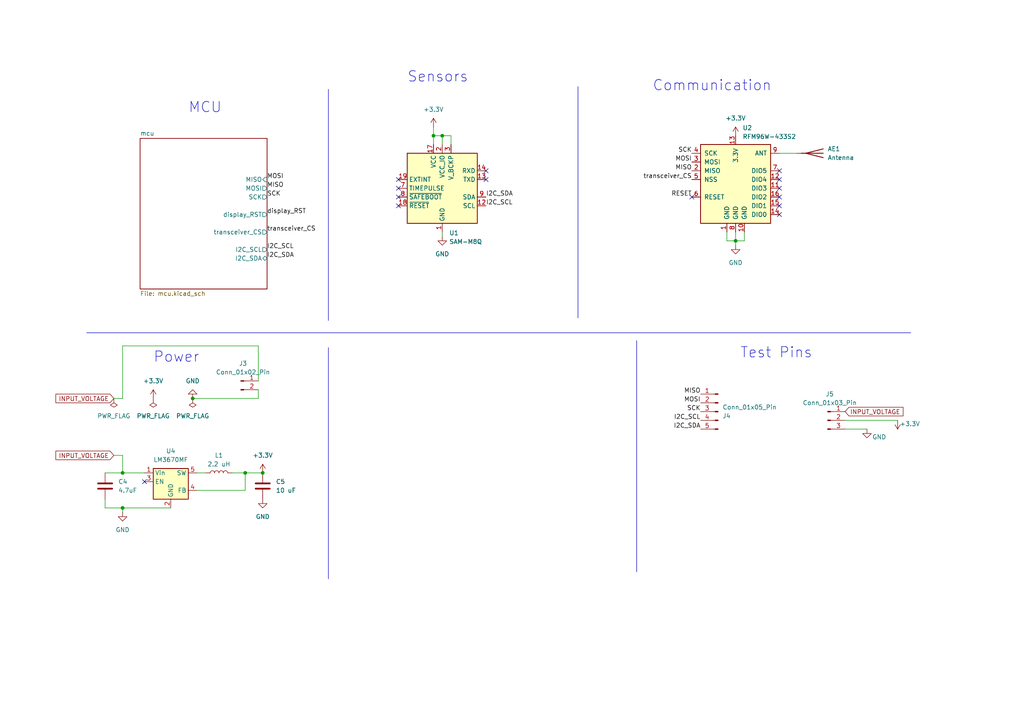
<source format=kicad_sch>
(kicad_sch (version 20231120) (generator "eeschema") (generator_version "8.0")
  (paper "A4")
  (lib_symbols
    (symbol "+3.3V_1" (power) (pin_numbers hide) (pin_names (offset 0) hide)
      (property "Value" "+3.3V" (at 0 3.556 0))
      (symbol "+3.3V_1_0_1"
        (polyline (pts (xy -0.762 1.27) (xy 0 2.54)))
        (polyline (pts (xy 0 0) (xy 0 2.54)))
        (polyline (pts (xy 0 2.54) (xy 0.762 1.27)))
      )
      (symbol "+3.3V_1_1_1"
        (pin power_in line (at 0 0 90) (length 0) (name "~") (number "1"))
      )
    )
    (symbol "Connector:Conn_01x02_Pin" (pin_names (offset 1.016) hide)
      (property "Reference" "J" (at 0 2.54 0))
      (property "Value" "Conn_01x02_Pin" (at 0 -5.08 0))
      (symbol "Conn_01x02_Pin_1_1"
        (polyline (pts (xy 1.27 -2.54) (xy 0.8636 -2.54)) (stroke (width 0.1524)))
        (polyline (pts (xy 1.27 0) (xy 0.8636 0)) (stroke (width 0.1524)))
        (rectangle (start 0.8636 -2.413) (end 0 -2.667) (stroke (width 0.1524)) (fill (type outline)))
        (rectangle (start 0.8636 0.127) (end 0 -0.127) (stroke (width 0.1524)) (fill (type outline)))
        (pin passive line (at 5.08 0 180) (length 3.81) (name "Pin_1") (number "1"))
        (pin passive line (at 5.08 -2.54 180) (length 3.81) (name "Pin_2") (number "2"))
      )
    )
    (symbol "Connector:Conn_01x03_Pin" (pin_names (offset 1.016) hide)
      (property "Reference" "J" (at 0 5.08 0))
      (property "Value" "Conn_01x03_Pin" (at 0 -5.08 0))
      (symbol "Conn_01x03_Pin_1_1"
        (polyline (pts (xy 1.27 -2.54) (xy 0.8636 -2.54)) (stroke (width 0.1524)))
        (polyline (pts (xy 1.27 0) (xy 0.8636 0)) (stroke (width 0.1524)))
        (polyline (pts (xy 1.27 2.54) (xy 0.8636 2.54)) (stroke (width 0.1524)))
        (rectangle (start 0.8636 -2.413) (end 0 -2.667) (stroke (width 0.1524)) (fill (type outline)))
        (rectangle (start 0.8636 0.127) (end 0 -0.127) (stroke (width 0.1524)) (fill (type outline)))
        (rectangle (start 0.8636 2.667) (end 0 2.413) (stroke (width 0.1524)) (fill (type outline)))
        (pin passive line (at 5.08 2.54 180) (length 3.81) (name "Pin_1") (number "1"))
        (pin passive line (at 5.08 0 180) (length 3.81) (name "Pin_2") (number "2"))
        (pin passive line (at 5.08 -2.54 180) (length 3.81) (name "Pin_3") (number "3"))
      )
    )
    (symbol "Connector:Conn_01x05_Pin" (pin_names (offset 1.016) hide)
      (property "Reference" "J" (at 0 7.62 0))
      (property "Value" "Conn_01x05_Pin" (at 0 -7.62 0))
      (symbol "Conn_01x05_Pin_1_1"
        (polyline (pts (xy 1.27 -5.08) (xy 0.8636 -5.08)) (stroke (width 0.1524)))
        (polyline (pts (xy 1.27 -2.54) (xy 0.8636 -2.54)) (stroke (width 0.1524)))
        (polyline (pts (xy 1.27 0) (xy 0.8636 0)) (stroke (width 0.1524)))
        (polyline (pts (xy 1.27 2.54) (xy 0.8636 2.54)) (stroke (width 0.1524)))
        (polyline (pts (xy 1.27 5.08) (xy 0.8636 5.08)) (stroke (width 0.1524)))
        (rectangle (start 0.8636 -4.953) (end 0 -5.207) (stroke (width 0.1524)) (fill (type outline)))
        (rectangle (start 0.8636 -2.413) (end 0 -2.667) (stroke (width 0.1524)) (fill (type outline)))
        (rectangle (start 0.8636 0.127) (end 0 -0.127) (stroke (width 0.1524)) (fill (type outline)))
        (rectangle (start 0.8636 2.667) (end 0 2.413) (stroke (width 0.1524)) (fill (type outline)))
        (rectangle (start 0.8636 5.207) (end 0 4.953) (stroke (width 0.1524)) (fill (type outline)))
        (pin passive line (at 5.08 5.08 180) (length 3.81) (name "Pin_1") (number "1"))
        (pin passive line (at 5.08 2.54 180) (length 3.81) (name "Pin_2") (number "2"))
        (pin passive line (at 5.08 0 180) (length 3.81) (name "Pin_3") (number "3"))
        (pin passive line (at 5.08 -2.54 180) (length 3.81) (name "Pin_4") (number "4"))
        (pin passive line (at 5.08 -5.08 180) (length 3.81) (name "Pin_5") (number "5"))
      )
    )
    (symbol "Device:Antenna" (pin_numbers hide) (pin_names (offset 1.016) hide)
      (property "Reference" "AE" (at -1.905 1.905 0))
      (property "Value" "Antenna" (at -1.905 0 0))
      (symbol "Antenna_0_1"
        (polyline (pts (xy 0 2.54) (xy 0 -3.81)) (stroke (width 0.254)))
        (polyline (pts (xy 1.27 2.54) (xy 0 -2.54) (xy -1.27 2.54)) (stroke (width 0.254)))
      )
      (symbol "Antenna_1_1"
        (pin input line (at 0 -5.08 90) (length 2.54) (name "A") (number "1"))
      )
    )
    (symbol "Device:C" (pin_numbers hide) (pin_names (offset 0.254))
      (property "Reference" "C" (at 0.635 2.54 0))
      (property "Value" "C" (at 0.635 -2.54 0))
      (symbol "C_0_1"
        (polyline (pts (xy -2.032 -0.762) (xy 2.032 -0.762)) (stroke (width 0.508)))
        (polyline (pts (xy -2.032 0.762) (xy 2.032 0.762)) (stroke (width 0.508)))
      )
      (symbol "C_1_1"
        (pin passive line (at 0 3.81 270) (length 2.794) (name "~") (number "1"))
        (pin passive line (at 0 -3.81 90) (length 2.794) (name "~") (number "2"))
      )
    )
    (symbol "Device:L" (pin_numbers hide) (pin_names (offset 1.016) hide)
      (property "Reference" "L" (at -1.27 0 90))
      (property "Value" "L" (at 1.905 0 90))
      (symbol "L_0_1"
        (arc (start 0 -2.54) (mid 0.6323 -1.905) (end 0 -1.27))
        (arc (start 0 -1.27) (mid 0.6323 -0.635) (end 0 0))
        (arc (start 0 0) (mid 0.6323 0.635) (end 0 1.27))
        (arc (start 0 1.27) (mid 0.6323 1.905) (end 0 2.54))
      )
      (symbol "L_1_1"
        (pin passive line (at 0 3.81 270) (length 1.27) (name "1") (number "1"))
        (pin passive line (at 0 -3.81 90) (length 1.27) (name "2") (number "2"))
      )
    )
    (symbol "GND_1" (power) (pin_numbers hide) (pin_names (offset 0) hide)
      (property "Value" "GND" (at 0 -3.81 0))
      (symbol "GND_1_0_1"
        (polyline (pts (xy 0 0) (xy 0 -1.27) (xy 1.27 -1.27) (xy 0 -2.54) (xy -1.27 -1.27) (xy 0 -1.27)))
      )
      (symbol "GND_1_1_1"
        (pin power_in line (at 0 0 270) (length 0) (name "~") (number "1"))
      )
    )
    (symbol "GND_2" (power) (pin_numbers hide) (pin_names (offset 0) hide)
      (property "Value" "GND" (at 0 -3.81 0))
      (symbol "GND_2_0_1"
        (polyline (pts (xy 0 0) (xy 0 -1.27) (xy 1.27 -1.27) (xy 0 -2.54) (xy -1.27 -1.27) (xy 0 -1.27)))
      )
      (symbol "GND_2_1_1"
        (pin power_in line (at 0 0 270) (length 0) (name "~") (number "1"))
      )
    )
    (symbol "RF_GPS:SAM-M8Q"
      (property "Reference" "U" (at -8.89 11.43 0))
      (property "Value" "SAM-M8Q" (at 8.89 11.43 0))
      (symbol "SAM-M8Q_0_1"
        (rectangle (start -10.16 10.16) (end 10.16 -10.16) (stroke (width 0.254)) (fill (type background)))
      )
      (symbol "SAM-M8Q_1_1"
        (pin power_in line (at 0 -12.7 90) (length 2.54) (name "GND") (number "1"))
        (pin passive line (at 0 -12.7 90) (length 2.54) hide (name "GND") (number "10"))
        (pin passive line (at 0 -12.7 90) (length 2.54) hide (name "GND") (number "11"))
        (pin input line (at 12.7 -5.08 180) (length 2.54) (name "SCL") (number "12"))
        (pin output line (at 12.7 2.54 180) (length 2.54) (name "TXD") (number "13"))
        (pin input line (at 12.7 5.08 180) (length 2.54) (name "RXD") (number "14"))
        (pin passive line (at 0 -12.7 90) (length 2.54) hide (name "GND") (number "15"))
        (pin passive line (at 0 -12.7 90) (length 2.54) hide (name "GND") (number "16"))
        (pin power_in line (at -2.54 12.7 270) (length 2.54) (name "VCC") (number "17"))
        (pin input line (at -12.7 -5.08 0) (length 2.54) (name "~{RESET}") (number "18"))
        (pin input line (at -12.7 2.54 0) (length 2.54) (name "EXTINT") (number "19"))
        (pin power_in line (at 0 12.7 270) (length 2.54) (name "VCC_IO") (number "2"))
        (pin passive line (at 0 -12.7 90) (length 2.54) hide (name "GND") (number "20"))
        (pin power_in line (at 2.54 12.7 270) (length 2.54) (name "V_BCKP") (number "3"))
        (pin passive line (at 0 -12.7 90) (length 2.54) hide (name "GND") (number "4"))
        (pin passive line (at 0 -12.7 90) (length 2.54) hide (name "GND") (number "5"))
        (pin passive line (at 0 -12.7 90) (length 2.54) hide (name "GND") (number "6"))
        (pin output line (at -12.7 0 0) (length 2.54) (name "TIMEPULSE") (number "7"))
        (pin input line (at -12.7 -2.54 0) (length 2.54) (name "~{SAFEBOOT}") (number "8"))
        (pin bidirectional line (at 12.7 -2.54 180) (length 2.54) (name "SDA") (number "9"))
      )
    )
    (symbol "RF_Module:RFM96W-433S2" (pin_names (offset 1.016))
      (property "Reference" "U" (at -10.414 11.684 0))
      (property "Value" "RFM96W-433S2" (at 1.524 11.43 0))
      (symbol "RFM96W-433S2_0_1"
        (rectangle (start -10.16 10.16) (end 10.16 -12.7) (stroke (width 0.254)) (fill (type background)))
      )
      (symbol "RFM96W-433S2_1_1"
        (pin power_in line (at -2.54 -15.24 90) (length 2.54) (name "GND") (number "1"))
        (pin power_in line (at 2.54 -15.24 90) (length 2.54) (name "GND") (number "10"))
        (pin bidirectional line (at 12.7 -2.54 180) (length 2.54) (name "DIO3") (number "11"))
        (pin bidirectional line (at 12.7 0 180) (length 2.54) (name "DIO4") (number "12"))
        (pin power_in line (at 0 12.7 270) (length 2.54) (name "3.3V") (number "13"))
        (pin bidirectional line (at 12.7 -10.16 180) (length 2.54) (name "DIO0") (number "14"))
        (pin bidirectional line (at 12.7 -7.62 180) (length 2.54) (name "DIO1") (number "15"))
        (pin bidirectional line (at 12.7 -5.08 180) (length 2.54) (name "DIO2") (number "16"))
        (pin output line (at -12.7 2.54 0) (length 2.54) (name "MISO") (number "2"))
        (pin input line (at -12.7 5.08 0) (length 2.54) (name "MOSI") (number "3"))
        (pin input line (at -12.7 7.62 0) (length 2.54) (name "SCK") (number "4"))
        (pin input line (at -12.7 0 0) (length 2.54) (name "NSS") (number "5"))
        (pin bidirectional line (at -12.7 -5.08 0) (length 2.54) (name "RESET") (number "6"))
        (pin bidirectional line (at 12.7 2.54 180) (length 2.54) (name "DIO5") (number "7"))
        (pin power_in line (at 0 -15.24 90) (length 2.54) (name "GND") (number "8"))
        (pin bidirectional line (at 12.7 7.62 180) (length 2.54) (name "ANT") (number "9"))
      )
    )
    (symbol "Regulator_Switching:LM3670MF"
      (property "Reference" "U" (at -5.08 5.08 0))
      (property "Value" "LM3670MF" (at 0 5.08 0))
      (symbol "LM3670MF_0_1"
        (rectangle (start -5.08 3.81) (end 5.08 -5.08) (stroke (width 0.254)) (fill (type background)))
      )
      (symbol "LM3670MF_1_1"
        (pin power_in line (at -7.62 2.54 0) (length 2.54) (name "Vin") (number "1"))
        (pin power_in line (at 0 -7.62 90) (length 2.54) (name "GND") (number "2"))
        (pin input line (at -7.62 0 0) (length 2.54) (name "EN") (number "3"))
        (pin input line (at 7.62 -2.54 180) (length 2.54) (name "FB") (number "4"))
        (pin input line (at 7.62 2.54 180) (length 2.54) (name "SW") (number "5"))
      )
    )
    (symbol "power:+3.3V" (power) (pin_names (offset 0))
      (property "Value" "+3.3V" (at 0 3.556 0))
      (symbol "+3.3V_0_1"
        (polyline (pts (xy -0.762 1.27) (xy 0 2.54)))
        (polyline (pts (xy 0 0) (xy 0 2.54)))
        (polyline (pts (xy 0 2.54) (xy 0.762 1.27)))
      )
      (symbol "+3.3V_1_1"
        (pin power_in line (at 0 0 90) (length 0) hide (name "+3.3V") (number "1"))
      )
    )
    (symbol "power:GND" (power) (pin_names (offset 0))
      (property "Value" "GND" (at 0 -3.81 0))
      (symbol "GND_0_1"
        (polyline (pts (xy 0 0) (xy 0 -1.27) (xy 1.27 -1.27) (xy 0 -2.54) (xy -1.27 -1.27) (xy 0 -1.27)))
      )
      (symbol "GND_1_1"
        (pin power_in line (at 0 0 270) (length 0) hide (name "GND") (number "1"))
      )
    )
    (symbol "power:PWR_FLAG" (power) (pin_numbers hide) (pin_names (offset 0) hide)
      (property "Value" "PWR_FLAG" (at 0 3.81 0))
      (symbol "PWR_FLAG_0_0"
        (pin power_out line (at 0 0 90) (length 0) (name "~") (number "1"))
      )
      (symbol "PWR_FLAG_0_1"
        (polyline (pts (xy 0 0) (xy 0 1.27) (xy -1.016 1.905) (xy 0 2.54) (xy 1.016 1.905) (xy 0 1.27)))
      )
    )
  )
  (junction (at 55.88 115.57))
  (junction (at 128.27 39.37))
  (junction (at 35.56 147.32))
  (junction (at 76.2 137.16))
  (junction (at 125.73 39.37))
  (junction (at 35.56 137.16))
  (junction (at 213.36 69.85))
  (junction (at 71.12 137.16))
  (no_connect (at 41.91 139.7))
  (no_connect (at 140.97 49.53))
  (no_connect (at 226.06 57.15))
  (no_connect (at 226.06 54.61))
  (no_connect (at 226.06 62.23))
  (no_connect (at 200.66 57.15))
  (no_connect (at 115.57 59.69))
  (no_connect (at 115.57 52.07))
  (no_connect (at 226.06 59.69))
  (no_connect (at 140.97 52.07))
  (no_connect (at 115.57 54.61))
  (no_connect (at 226.06 49.53))
  (no_connect (at 226.06 52.07))
  (no_connect (at 115.57 57.15))
  (wire (pts (xy 128.27 41.91) (xy 128.27 39.37)))
  (polyline (pts (xy 167.64 25.146) (xy 167.64 92.202)))
  (wire (pts (xy 128.27 39.37) (xy 125.73 39.37)))
  (wire (pts (xy 245.11 124.46) (xy 251.46 124.46)))
  (wire (pts (xy 35.56 132.08) (xy 35.56 137.16)))
  (wire (pts (xy 125.73 36.83) (xy 125.73 39.37)))
  (wire (pts (xy 74.93 113.03) (xy 74.93 115.57)))
  (wire (pts (xy 213.36 67.31) (xy 213.36 69.85)))
  (wire (pts (xy 215.9 67.31) (xy 215.9 69.85)))
  (wire (pts (xy 57.15 142.24) (xy 71.12 142.24)))
  (wire (pts (xy 74.93 110.49) (xy 74.93 100.33)))
  (wire (pts (xy 130.81 39.37) (xy 128.27 39.37)))
  (wire (pts (xy 57.15 137.16) (xy 59.69 137.16)))
  (wire (pts (xy 215.9 69.85) (xy 213.36 69.85)))
  (polyline (pts (xy 95.25 25.908) (xy 95.25 92.964)))
  (wire (pts (xy 49.53 147.32) (xy 35.56 147.32)))
  (wire (pts (xy 30.48 147.32) (xy 35.56 147.32)))
  (wire (pts (xy 74.93 115.57) (xy 55.88 115.57)))
  (wire (pts (xy 71.12 137.16) (xy 71.12 142.24)))
  (wire (pts (xy 33.02 115.57) (xy 35.56 115.57)))
  (wire (pts (xy 245.11 121.92) (xy 260.35 121.92)))
  (wire (pts (xy 210.82 67.31) (xy 210.82 69.85)))
  (wire (pts (xy 33.02 132.08) (xy 35.56 132.08)))
  (polyline (pts (xy 184.658 98.806) (xy 184.658 165.862)))
  (wire (pts (xy 71.12 137.16) (xy 76.2 137.16)))
  (wire (pts (xy 130.81 41.91) (xy 130.81 39.37)))
  (wire (pts (xy 35.56 137.16) (xy 41.91 137.16)))
  (wire (pts (xy 128.27 68.58) (xy 128.27 67.31)))
  (wire (pts (xy 30.48 137.16) (xy 35.56 137.16)))
  (wire (pts (xy 35.56 100.33) (xy 35.56 115.57)))
  (wire (pts (xy 67.31 137.16) (xy 71.12 137.16)))
  (wire (pts (xy 74.93 100.33) (xy 35.56 100.33)))
  (polyline (pts (xy 25.146 96.52) (xy 264.16 96.52)))
  (wire (pts (xy 125.73 39.37) (xy 125.73 41.91)))
  (wire (pts (xy 35.56 147.32) (xy 35.56 148.59)))
  (polyline (pts (xy 95.25 100.838) (xy 95.25 167.894)))
  (wire (pts (xy 30.48 144.78) (xy 30.48 147.32)))
  (wire (pts (xy 231.14 44.45) (xy 226.06 44.45)))
  (wire (pts (xy 213.36 69.85) (xy 210.82 69.85)))
  (wire (pts (xy 213.36 69.85) (xy 213.36 71.12)))
  (text "MCU" (at 54.61 33.02 0) (effects (font (size 3 3)) (justify left bottom)))
  (text "Test Pins" (at 214.63 104.14 0) (effects (font (size 3 3)) (justify left bottom)))
  (text "Sensors" (at 118.11 24.13 0) (effects (font (size 3 3)) (justify left bottom)))
  (text "Communication" (at 189.23 26.67 0) (effects (font (size 3 3)) (justify left bottom)))
  (text "Power" (at 44.45 105.41 0) (effects (font (size 3 3)) (justify left bottom)))
  (label "I2C_SDA" (at 203.2 124.46 180))
  (label "MOSI" (at 77.47 52.07 0))
  (label "MISO" (at 200.66 49.53 180))
  (label "transceiver_CS" (at 77.47 67.31 0))
  (label "display_RST" (at 77.47 62.23 0))
  (label "MISO" (at 77.47 54.61 0))
  (label "SCK" (at 77.47 57.15 0))
  (label "MOSI" (at 203.2 116.84 180))
  (label "transceiver_CS" (at 200.66 52.07 180))
  (label "I2C_SCL" (at 203.2 121.92 180))
  (label "MOSI" (at 200.66 46.99 180))
  (label "SCK" (at 200.66 44.45 180))
  (label "I2C_SCL" (at 140.97 59.69 0))
  (label "MISO" (at 203.2 114.3 180))
  (label "I2C_SCL" (at 77.47 72.39 0))
  (label "SCK" (at 203.2 119.38 180))
  (label "RESET" (at 200.66 57.15 180))
  (label "I2C_SDA" (at 77.47 74.93 0))
  (label "I2C_SDA" (at 140.97 57.15 0))
  (global_label "INPUT_VOLTAGE" (shape input) (at 33.02 132.08 180) (property "Intersheetrefs" "${INTERSHEET_REFS}" (effects (hide yes))))
  (global_label "INPUT_VOLTAGE" (shape input) (at 33.02 115.57 180) (property "Intersheetrefs" "${INTERSHEET_REFS}" (effects (hide yes))))
  (global_label "INPUT_VOLTAGE" (shape input) (at 245.11 119.38 0) (property "Intersheetrefs" "${INTERSHEET_REFS}" (effects (hide yes))))
  (symbol (lib_name "GND_2") (lib_id "power:GND") (at 76.2 144.78 0) (unit 1)
    (property "Reference" "#PWR027" (effects (hide yes)))
    (property "Value" "GND" (at 76.2 149.86 0))
    (property "Description" "Power symbol creates a global label with name \"GND\" , ground" (effects (hide yes)))
  )
  (symbol (lib_id "power:+3.3V") (at 125.73 36.83 0) (unit 1)
    (property "Reference" "#PWR07" (effects (hide yes)))
    (property "Value" "+3.3V" (at 125.73 31.75 0))
  )
  (symbol (lib_name "GND_1") (lib_id "power:GND") (at 35.56 148.59 0) (unit 1)
    (property "Reference" "#PWR026" (effects (hide yes)))
    (property "Value" "GND" (at 35.56 153.67 0))
    (property "Description" "Power symbol creates a global label with name \"GND\" , ground" (effects (hide yes)))
  )
  (symbol (lib_id "Connector:Conn_01x05_Pin") (at 208.28 119.38 0) (mirror y) (unit 1)
    (property "Reference" "J4" (at 209.55 120.6501 0) (effects (justify right)))
    (property "Value" "Conn_01x05_Pin" (at 209.55 118.1101 0) (effects (justify right)))
    (property "Footprint" "Connector_PinHeader_2.54mm:PinHeader_1x05_P2.54mm_Vertical" (effects (hide yes)))
    (property "Description" "Generic connector, single row, 01x05, script generated" (effects (hide yes)))
  )
  (symbol (lib_id "power:PWR_FLAG") (at 44.45 115.57 180) (unit 1)
    (property "Reference" "#FLG02" (effects (hide yes)))
    (property "Value" "PWR_FLAG" (at 44.45 120.65 0))
    (property "Description" "Special symbol for telling ERC where power comes from" (effects (hide yes)))
  )
  (symbol (lib_id "power:GND") (at 128.27 68.58 0) (unit 1)
    (property "Reference" "#PWR08" (effects (hide yes)))
    (property "Value" "GND" (at 128.27 73.66 0))
  )
  (symbol (lib_id "power:GND") (at 213.36 71.12 0) (unit 1)
    (property "Reference" "#PWR035" (effects (hide yes)))
    (property "Value" "GND" (at 213.36 76.2 0))
  )
  (symbol (lib_name "GND_2") (lib_id "power:GND") (at 55.88 115.57 180) (unit 1)
    (property "Reference" "#PWR034" (effects (hide yes)))
    (property "Value" "GND" (at 55.88 110.49 0))
    (property "Description" "Power symbol creates a global label with name \"GND\" , ground" (effects (hide yes)))
  )
  (symbol (lib_id "Device:C") (at 30.48 140.97 0) (unit 1)
    (property "Reference" "C4" (at 34.29 139.6999 0) (effects (justify left)))
    (property "Value" "4.7uF" (at 34.29 142.2399 0) (effects (justify left)))
    (property "Footprint" "Capacitor_SMD:C_0805_2012Metric" (effects (hide yes)))
    (property "Description" "Unpolarized capacitor" (effects (hide yes)))
  )
  (symbol (lib_id "power:+3.3V") (at 213.36 39.37 0) (unit 1)
    (property "Reference" "#PWR06" (effects (hide yes)))
    (property "Value" "+3.3V" (at 213.36 34.29 0))
  )
  (symbol (lib_name "+3.3V_1") (lib_id "power:+3.3V") (at 44.45 115.57 0) (unit 1)
    (property "Reference" "#PWR033" (effects (hide yes)))
    (property "Value" "+3.3V" (at 44.45 110.49 0))
    (property "Description" "Power symbol creates a global label with name \"+3.3V\"" (effects (hide yes)))
  )
  (symbol (lib_id "Connector:Conn_01x02_Pin") (at 69.85 110.49 0) (unit 1)
    (property "Reference" "J3" (at 70.485 105.41 0))
    (property "Value" "Conn_01x02_Pin" (at 70.485 107.95 0))
    (property "Footprint" "Connector_PinHeader_2.54mm:PinHeader_1x02_P2.54mm_Vertical" (effects (hide yes)))
    (property "Description" "Generic connector, single row, 01x02, script generated" (effects (hide yes)))
  )
  (symbol (lib_name "+3.3V_1") (lib_id "power:+3.3V") (at 76.2 137.16 0) (unit 1)
    (property "Reference" "#PWR028" (effects (hide yes)))
    (property "Value" "+3.3V" (at 76.2 132.08 0))
    (property "Description" "Power symbol creates a global label with name \"+3.3V\"" (effects (hide yes)))
  )
  (symbol (lib_id "RF_Module:RFM96W-433S2") (at 213.36 52.07 0) (unit 1)
    (property "Reference" "U2" (at 215.3794 37.084 0) (effects (justify left)))
    (property "Value" "RFM96W-433S2" (at 215.3794 39.624 0) (effects (justify left)))
    (property "Footprint" "RF_Module:HOPERF_RFM9XW_THT" (effects (hide yes)))
    (property "Datasheet" "https://www.hoperf.com/data/upload/portal/20181127/5bfcc0ac60235.pdf" (effects (hide yes)))
  )
  (symbol (lib_id "Connector:Conn_01x03_Pin") (at 240.03 121.92 0) (unit 1)
    (property "Reference" "J5" (at 240.665 114.3 0))
    (property "Value" "Conn_01x03_Pin" (at 240.665 116.84 0))
    (property "Footprint" "Connector_PinHeader_2.54mm:PinHeader_1x03_P2.54mm_Vertical" (effects (hide yes)))
    (property "Description" "Generic connector, single row, 01x03, script generated" (effects (hide yes)))
  )
  (symbol (lib_id "power:PWR_FLAG") (at 55.88 115.57 180) (unit 1)
    (property "Reference" "#FLG03" (effects (hide yes)))
    (property "Value" "PWR_FLAG" (at 55.88 120.65 0))
    (property "Description" "Special symbol for telling ERC where power comes from" (effects (hide yes)))
  )
  (symbol (lib_id "RF_GPS:SAM-M8Q") (at 128.27 54.61 0) (unit 1)
    (property "Reference" "U1" (at 130.2894 67.564 0) (effects (justify left)))
    (property "Value" "SAM-M8Q" (at 130.2894 70.104 0) (effects (justify left)))
    (property "Footprint" "RF_GPS:ublox_SAM-M8Q" (effects (hide yes)))
    (property "Datasheet" "https://www.u-blox.com/sites/default/files/SAM-M8Q_DataSheet_%28UBX-16012619%29.pdf" (effects (hide yes)))
  )
  (symbol (lib_id "power:GND") (at 251.46 124.46 0) (unit 1)
    (property "Reference" "#PWR025" (effects (hide yes)))
    (property "Value" "GND" (at 255.016 126.746 0))
  )
  (symbol (lib_id "Device:C") (at 76.2 140.97 0) (unit 1)
    (property "Reference" "C5" (at 80.01 139.6999 0) (effects (justify left)))
    (property "Value" "10 uF" (at 80.01 142.2399 0) (effects (justify left)))
    (property "Footprint" "Capacitor_SMD:C_0805_2012Metric" (effects (hide yes)))
    (property "Description" "Unpolarized capacitor" (effects (hide yes)))
  )
  (symbol (lib_id "Device:Antenna") (at 236.22 44.45 270) (unit 1)
    (property "Reference" "AE1" (at 240.03 43.1799 90) (effects (justify left)))
    (property "Value" "Antenna" (at 240.03 45.7199 90) (effects (justify left)))
    (property "Footprint" "Connector_Coaxial:SMA_Amphenol_901-143_Horizontal" (effects (hide yes)))
    (property "Description" "Antenna" (effects (hide yes)))
  )
  (symbol (lib_id "power:+3.3V") (at 260.35 121.92 180) (unit 1)
    (property "Reference" "#PWR024" (effects (hide yes)))
    (property "Value" "+3.3V" (at 263.906 122.936 0))
  )
  (symbol (lib_id "power:PWR_FLAG") (at 33.02 115.57 180) (unit 1)
    (property "Reference" "#FLG01" (effects (hide yes)))
    (property "Value" "PWR_FLAG" (at 33.02 120.65 0))
    (property "Description" "Special symbol for telling ERC where power comes from" (effects (hide yes)))
  )
  (symbol (lib_id "Device:L") (at 63.5 137.16 90) (unit 1)
    (property "Reference" "L1" (at 63.5 132.08 90))
    (property "Value" "2.2 uH" (at 63.5 134.62 90))
    (property "Footprint" "Inductor_SMD:L_0805_2012Metric" (effects (hide yes)))
    (property "Description" "Inductor" (effects (hide yes)))
  )
  (symbol (lib_id "Regulator_Switching:LM3670MF") (at 49.53 139.7 0) (unit 1)
    (property "Reference" "U4" (at 49.53 130.81 0))
    (property "Value" "LM3670MF" (at 49.53 133.35 0))
    (property "Footprint" "Package_TO_SOT_SMD:TSOT-23-5" (effects (hide yes)))
    (property "Datasheet" "http://www.ti.com/lit/ds/symlink/lm3670.pdf" (effects (hide yes)))
    (property "Description" "Miniature Step-Down DC-DC Converter for Ultralow Voltage Circuits, 2.5V < Vin < 5.5V, adjustable output voltage, SOT-23-5" (effects (hide yes)))
  )
  (sheet (at 40.64 40.132) (size 36.83 43.688) (stroke (width 0.1524))
    (property "Sheetname" "mcu" (at 40.64 39.4204 0) (effects (justify left bottom)))
    (property "Sheetfile" "mcu.kicad_sch" (at 40.64 84.4046 0) (effects (justify left top)))
    (pin "MISO" input (at 77.47 52.07 0))
    (pin "MOSI" output (at 77.47 54.61 0))
    (pin "SCK" output (at 77.47 57.15 0))
    (pin "transceiver_CS" output (at 77.47 67.31 0))
    (pin "I2C_SCL" output (at 77.47 72.39 0))
    (pin "I2C_SDA" bidirectional (at 77.47 74.93 0))
    (pin "display_RST" output (at 77.47 62.23 0))
  )
)
</source>
